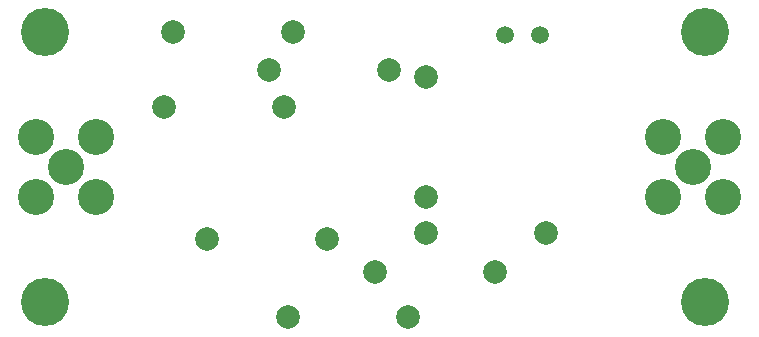
<source format=gbr>
G04 #@! TF.FileFunction,Copper,L2,Bot,Signal*
%FSLAX46Y46*%
G04 Gerber Fmt 4.6, Leading zero omitted, Abs format (unit mm)*
G04 Created by KiCad (PCBNEW 4.0.1-3.201512221401+6198~38~ubuntu15.10.1-stable) date Tue 19 Jan 2016 04:32:07 PM PST*
%MOMM*%
G01*
G04 APERTURE LIST*
%ADD10C,0.100000*%
%ADD11C,3.048000*%
%ADD12C,1.500000*%
%ADD13C,1.998980*%
%ADD14C,4.064000*%
G04 APERTURE END LIST*
D10*
D11*
X123698000Y-108204000D03*
X121158000Y-110744000D03*
X121158000Y-105664000D03*
X126238000Y-105664000D03*
X126238000Y-110744000D03*
X176784000Y-108204000D03*
X179324000Y-105664000D03*
X179324000Y-110744000D03*
X174244000Y-110744000D03*
X174244000Y-105664000D03*
D12*
X160830000Y-97028000D03*
X163830000Y-97028000D03*
D13*
X142113000Y-103124000D03*
X131953000Y-103124000D03*
X145796000Y-114300000D03*
X135636000Y-114300000D03*
X154178000Y-113792000D03*
X164338000Y-113792000D03*
X154178000Y-100584000D03*
X154178000Y-110744000D03*
X132715000Y-96774000D03*
X142875000Y-96774000D03*
X152654000Y-120904000D03*
X142494000Y-120904000D03*
X140843000Y-99949000D03*
X151003000Y-99949000D03*
X160020000Y-117094000D03*
X149860000Y-117094000D03*
D14*
X121920000Y-96774000D03*
X121920000Y-119634000D03*
X177800000Y-119634000D03*
X177800000Y-96774000D03*
M02*

</source>
